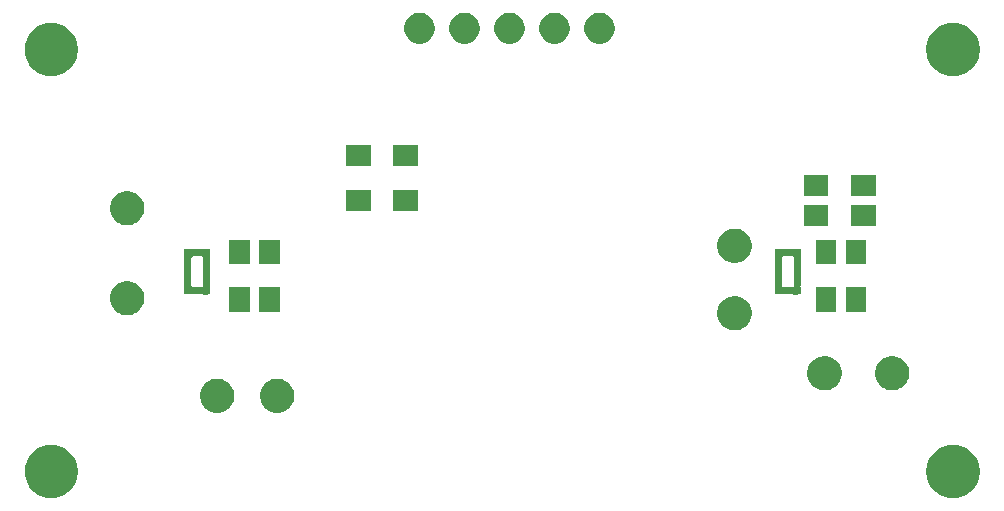
<source format=gbr>
G04 #@! TF.GenerationSoftware,KiCad,Pcbnew,5.0.2+dfsg1-1*
G04 #@! TF.CreationDate,2019-12-13T09:40:21+01:00*
G04 #@! TF.ProjectId,tof_sensor,746f665f-7365-46e7-936f-722e6b696361,1.0*
G04 #@! TF.SameCoordinates,Original*
G04 #@! TF.FileFunction,Soldermask,Bot*
G04 #@! TF.FilePolarity,Negative*
%FSLAX46Y46*%
G04 Gerber Fmt 4.6, Leading zero omitted, Abs format (unit mm)*
G04 Created by KiCad (PCBNEW 5.0.2+dfsg1-1) date ven 13 déc 2019 09:40:21 CET*
%MOMM*%
%LPD*%
G01*
G04 APERTURE LIST*
%ADD10C,0.100000*%
G04 APERTURE END LIST*
D10*
G36*
X192793445Y-99446254D02*
X193141593Y-99515504D01*
X193551249Y-99685189D01*
X193919929Y-99931534D01*
X194233466Y-100245071D01*
X194479811Y-100613751D01*
X194649496Y-101023407D01*
X194700336Y-101279000D01*
X194736000Y-101458294D01*
X194736000Y-101901706D01*
X194718746Y-101988445D01*
X194649496Y-102336593D01*
X194479811Y-102746249D01*
X194233466Y-103114929D01*
X193919929Y-103428466D01*
X193551249Y-103674811D01*
X193141593Y-103844496D01*
X192793445Y-103913746D01*
X192706706Y-103931000D01*
X192263294Y-103931000D01*
X192176555Y-103913746D01*
X191828407Y-103844496D01*
X191418751Y-103674811D01*
X191050071Y-103428466D01*
X190736534Y-103114929D01*
X190490189Y-102746249D01*
X190320504Y-102336593D01*
X190251254Y-101988445D01*
X190234000Y-101901706D01*
X190234000Y-101458294D01*
X190269664Y-101279000D01*
X190320504Y-101023407D01*
X190490189Y-100613751D01*
X190736534Y-100245071D01*
X191050071Y-99931534D01*
X191418751Y-99685189D01*
X191828407Y-99515504D01*
X192176555Y-99446254D01*
X192263294Y-99429000D01*
X192706706Y-99429000D01*
X192793445Y-99446254D01*
X192793445Y-99446254D01*
G37*
G36*
X116433445Y-99446254D02*
X116781593Y-99515504D01*
X117191249Y-99685189D01*
X117559929Y-99931534D01*
X117873466Y-100245071D01*
X118119811Y-100613751D01*
X118289496Y-101023407D01*
X118340336Y-101279000D01*
X118376000Y-101458294D01*
X118376000Y-101901706D01*
X118358746Y-101988445D01*
X118289496Y-102336593D01*
X118119811Y-102746249D01*
X117873466Y-103114929D01*
X117559929Y-103428466D01*
X117191249Y-103674811D01*
X116781593Y-103844496D01*
X116433445Y-103913746D01*
X116346706Y-103931000D01*
X115903294Y-103931000D01*
X115816555Y-103913746D01*
X115468407Y-103844496D01*
X115058751Y-103674811D01*
X114690071Y-103428466D01*
X114376534Y-103114929D01*
X114130189Y-102746249D01*
X113960504Y-102336593D01*
X113891254Y-101988445D01*
X113874000Y-101901706D01*
X113874000Y-101458294D01*
X113909664Y-101279000D01*
X113960504Y-101023407D01*
X114130189Y-100613751D01*
X114376534Y-100245071D01*
X114690071Y-99931534D01*
X115058751Y-99685189D01*
X115468407Y-99515504D01*
X115816555Y-99446254D01*
X115903294Y-99429000D01*
X116346706Y-99429000D01*
X116433445Y-99446254D01*
X116433445Y-99446254D01*
G37*
G36*
X135678238Y-93854760D02*
X135678240Y-93854761D01*
X135678241Y-93854761D01*
X135942306Y-93964140D01*
X135942307Y-93964141D01*
X136179962Y-94122937D01*
X136382063Y-94325038D01*
X136382065Y-94325041D01*
X136540860Y-94562694D01*
X136650239Y-94826759D01*
X136706000Y-95107089D01*
X136706000Y-95392911D01*
X136650239Y-95673241D01*
X136540860Y-95937306D01*
X136540859Y-95937307D01*
X136382063Y-96174962D01*
X136179962Y-96377063D01*
X136179959Y-96377065D01*
X135942306Y-96535860D01*
X135678241Y-96645239D01*
X135678240Y-96645239D01*
X135678238Y-96645240D01*
X135397912Y-96701000D01*
X135112088Y-96701000D01*
X134831762Y-96645240D01*
X134831760Y-96645239D01*
X134831759Y-96645239D01*
X134567694Y-96535860D01*
X134330041Y-96377065D01*
X134330038Y-96377063D01*
X134127937Y-96174962D01*
X133969141Y-95937307D01*
X133969140Y-95937306D01*
X133859761Y-95673241D01*
X133804000Y-95392911D01*
X133804000Y-95107089D01*
X133859761Y-94826759D01*
X133969140Y-94562694D01*
X134127935Y-94325041D01*
X134127937Y-94325038D01*
X134330038Y-94122937D01*
X134567693Y-93964141D01*
X134567694Y-93964140D01*
X134831759Y-93854761D01*
X134831760Y-93854761D01*
X134831762Y-93854760D01*
X135112088Y-93799000D01*
X135397912Y-93799000D01*
X135678238Y-93854760D01*
X135678238Y-93854760D01*
G37*
G36*
X130598238Y-93854760D02*
X130598240Y-93854761D01*
X130598241Y-93854761D01*
X130862306Y-93964140D01*
X130862307Y-93964141D01*
X131099962Y-94122937D01*
X131302063Y-94325038D01*
X131302065Y-94325041D01*
X131460860Y-94562694D01*
X131570239Y-94826759D01*
X131626000Y-95107089D01*
X131626000Y-95392911D01*
X131570239Y-95673241D01*
X131460860Y-95937306D01*
X131460859Y-95937307D01*
X131302063Y-96174962D01*
X131099962Y-96377063D01*
X131099959Y-96377065D01*
X130862306Y-96535860D01*
X130598241Y-96645239D01*
X130598240Y-96645239D01*
X130598238Y-96645240D01*
X130317912Y-96701000D01*
X130032088Y-96701000D01*
X129751762Y-96645240D01*
X129751760Y-96645239D01*
X129751759Y-96645239D01*
X129487694Y-96535860D01*
X129250041Y-96377065D01*
X129250038Y-96377063D01*
X129047937Y-96174962D01*
X128889141Y-95937307D01*
X128889140Y-95937306D01*
X128779761Y-95673241D01*
X128724000Y-95392911D01*
X128724000Y-95107089D01*
X128779761Y-94826759D01*
X128889140Y-94562694D01*
X129047935Y-94325041D01*
X129047937Y-94325038D01*
X129250038Y-94122937D01*
X129487693Y-93964141D01*
X129487694Y-93964140D01*
X129751759Y-93854761D01*
X129751760Y-93854761D01*
X129751762Y-93854760D01*
X130032088Y-93799000D01*
X130317912Y-93799000D01*
X130598238Y-93854760D01*
X130598238Y-93854760D01*
G37*
G36*
X182033238Y-91949760D02*
X182033240Y-91949761D01*
X182033241Y-91949761D01*
X182297306Y-92059140D01*
X182297307Y-92059141D01*
X182534962Y-92217937D01*
X182737063Y-92420038D01*
X182737065Y-92420041D01*
X182895860Y-92657694D01*
X183005239Y-92921759D01*
X183061000Y-93202089D01*
X183061000Y-93487911D01*
X183005239Y-93768241D01*
X182895860Y-94032306D01*
X182835302Y-94122937D01*
X182737063Y-94269962D01*
X182534962Y-94472063D01*
X182534959Y-94472065D01*
X182297306Y-94630860D01*
X182033241Y-94740239D01*
X182033240Y-94740239D01*
X182033238Y-94740240D01*
X181752912Y-94796000D01*
X181467088Y-94796000D01*
X181186762Y-94740240D01*
X181186760Y-94740239D01*
X181186759Y-94740239D01*
X180922694Y-94630860D01*
X180685041Y-94472065D01*
X180685038Y-94472063D01*
X180482937Y-94269962D01*
X180384698Y-94122937D01*
X180324140Y-94032306D01*
X180214761Y-93768241D01*
X180159000Y-93487911D01*
X180159000Y-93202089D01*
X180214761Y-92921759D01*
X180324140Y-92657694D01*
X180482935Y-92420041D01*
X180482937Y-92420038D01*
X180685038Y-92217937D01*
X180922693Y-92059141D01*
X180922694Y-92059140D01*
X181186759Y-91949761D01*
X181186760Y-91949761D01*
X181186762Y-91949760D01*
X181467088Y-91894000D01*
X181752912Y-91894000D01*
X182033238Y-91949760D01*
X182033238Y-91949760D01*
G37*
G36*
X187748238Y-91949760D02*
X187748240Y-91949761D01*
X187748241Y-91949761D01*
X188012306Y-92059140D01*
X188012307Y-92059141D01*
X188249962Y-92217937D01*
X188452063Y-92420038D01*
X188452065Y-92420041D01*
X188610860Y-92657694D01*
X188720239Y-92921759D01*
X188776000Y-93202089D01*
X188776000Y-93487911D01*
X188720239Y-93768241D01*
X188610860Y-94032306D01*
X188550302Y-94122937D01*
X188452063Y-94269962D01*
X188249962Y-94472063D01*
X188249959Y-94472065D01*
X188012306Y-94630860D01*
X187748241Y-94740239D01*
X187748240Y-94740239D01*
X187748238Y-94740240D01*
X187467912Y-94796000D01*
X187182088Y-94796000D01*
X186901762Y-94740240D01*
X186901760Y-94740239D01*
X186901759Y-94740239D01*
X186637694Y-94630860D01*
X186400041Y-94472065D01*
X186400038Y-94472063D01*
X186197937Y-94269962D01*
X186099698Y-94122937D01*
X186039140Y-94032306D01*
X185929761Y-93768241D01*
X185874000Y-93487911D01*
X185874000Y-93202089D01*
X185929761Y-92921759D01*
X186039140Y-92657694D01*
X186197935Y-92420041D01*
X186197937Y-92420038D01*
X186400038Y-92217937D01*
X186637693Y-92059141D01*
X186637694Y-92059140D01*
X186901759Y-91949761D01*
X186901760Y-91949761D01*
X186901762Y-91949760D01*
X187182088Y-91894000D01*
X187467912Y-91894000D01*
X187748238Y-91949760D01*
X187748238Y-91949760D01*
G37*
G36*
X174413238Y-86869760D02*
X174413240Y-86869761D01*
X174413241Y-86869761D01*
X174677306Y-86979140D01*
X174677307Y-86979141D01*
X174914962Y-87137937D01*
X175117063Y-87340038D01*
X175117065Y-87340041D01*
X175275860Y-87577694D01*
X175385239Y-87841759D01*
X175441000Y-88122089D01*
X175441000Y-88407911D01*
X175385239Y-88688241D01*
X175275860Y-88952306D01*
X175275859Y-88952307D01*
X175117063Y-89189962D01*
X174914962Y-89392063D01*
X174914959Y-89392065D01*
X174677306Y-89550860D01*
X174413241Y-89660239D01*
X174413240Y-89660239D01*
X174413238Y-89660240D01*
X174132912Y-89716000D01*
X173847088Y-89716000D01*
X173566762Y-89660240D01*
X173566760Y-89660239D01*
X173566759Y-89660239D01*
X173302694Y-89550860D01*
X173065041Y-89392065D01*
X173065038Y-89392063D01*
X172862937Y-89189962D01*
X172704141Y-88952307D01*
X172704140Y-88952306D01*
X172594761Y-88688241D01*
X172539000Y-88407911D01*
X172539000Y-88122089D01*
X172594761Y-87841759D01*
X172704140Y-87577694D01*
X172862935Y-87340041D01*
X172862937Y-87340038D01*
X173065038Y-87137937D01*
X173302693Y-86979141D01*
X173302694Y-86979140D01*
X173566759Y-86869761D01*
X173566760Y-86869761D01*
X173566762Y-86869760D01*
X173847088Y-86814000D01*
X174132912Y-86814000D01*
X174413238Y-86869760D01*
X174413238Y-86869760D01*
G37*
G36*
X122978238Y-85599760D02*
X122978240Y-85599761D01*
X122978241Y-85599761D01*
X123242306Y-85709140D01*
X123242307Y-85709141D01*
X123479962Y-85867937D01*
X123682063Y-86070038D01*
X123682065Y-86070041D01*
X123840860Y-86307694D01*
X123950239Y-86571759D01*
X123950240Y-86571762D01*
X123983952Y-86741247D01*
X124006000Y-86852089D01*
X124006000Y-87137911D01*
X123950239Y-87418241D01*
X123840860Y-87682306D01*
X123840859Y-87682307D01*
X123682063Y-87919962D01*
X123479962Y-88122063D01*
X123479959Y-88122065D01*
X123242306Y-88280860D01*
X122978241Y-88390239D01*
X122978240Y-88390239D01*
X122978238Y-88390240D01*
X122697912Y-88446000D01*
X122412088Y-88446000D01*
X122131762Y-88390240D01*
X122131760Y-88390239D01*
X122131759Y-88390239D01*
X121867694Y-88280860D01*
X121630041Y-88122065D01*
X121630038Y-88122063D01*
X121427937Y-87919962D01*
X121269141Y-87682307D01*
X121269140Y-87682306D01*
X121159761Y-87418241D01*
X121104000Y-87137911D01*
X121104000Y-86852089D01*
X121126048Y-86741247D01*
X121159760Y-86571762D01*
X121159761Y-86571759D01*
X121269140Y-86307694D01*
X121427935Y-86070041D01*
X121427937Y-86070038D01*
X121630038Y-85867937D01*
X121867693Y-85709141D01*
X121867694Y-85709140D01*
X122131759Y-85599761D01*
X122131760Y-85599761D01*
X122131762Y-85599760D01*
X122412088Y-85544000D01*
X122697912Y-85544000D01*
X122978238Y-85599760D01*
X122978238Y-85599760D01*
G37*
G36*
X185161000Y-88141000D02*
X183459000Y-88141000D01*
X183459000Y-86039000D01*
X185161000Y-86039000D01*
X185161000Y-88141000D01*
X185161000Y-88141000D01*
G37*
G36*
X182621000Y-88141000D02*
X180919000Y-88141000D01*
X180919000Y-86039000D01*
X182621000Y-86039000D01*
X182621000Y-88141000D01*
X182621000Y-88141000D01*
G37*
G36*
X132931000Y-88141000D02*
X131229000Y-88141000D01*
X131229000Y-86039000D01*
X132931000Y-86039000D01*
X132931000Y-88141000D01*
X132931000Y-88141000D01*
G37*
G36*
X135471000Y-88141000D02*
X133769000Y-88141000D01*
X133769000Y-86039000D01*
X135471000Y-86039000D01*
X135471000Y-88141000D01*
X135471000Y-88141000D01*
G37*
G36*
X129606000Y-85886556D02*
X129592529Y-85897612D01*
X129576983Y-85916554D01*
X129565432Y-85938165D01*
X129558319Y-85961614D01*
X129555917Y-85986000D01*
X129558319Y-86010386D01*
X129565432Y-86033835D01*
X129576983Y-86055446D01*
X129584292Y-86065301D01*
X129597612Y-86081531D01*
X129602347Y-86090389D01*
X129605263Y-86100001D01*
X129606852Y-86116140D01*
X129606852Y-86603860D01*
X129605263Y-86619999D01*
X129602347Y-86629611D01*
X129597612Y-86638469D01*
X129591237Y-86646237D01*
X129583469Y-86652612D01*
X129574611Y-86657347D01*
X129564999Y-86660263D01*
X129548860Y-86661852D01*
X129452796Y-86661852D01*
X129428410Y-86664254D01*
X129404961Y-86671367D01*
X129383350Y-86682918D01*
X129364408Y-86698464D01*
X129355648Y-86709138D01*
X129355422Y-86708953D01*
X129341237Y-86726237D01*
X129333469Y-86732612D01*
X129324611Y-86737347D01*
X129314999Y-86740263D01*
X129298860Y-86741852D01*
X129061140Y-86741852D01*
X129045001Y-86740263D01*
X129035389Y-86737347D01*
X129026531Y-86732612D01*
X129018763Y-86726237D01*
X129006197Y-86710926D01*
X129003369Y-86706694D01*
X128986040Y-86689368D01*
X128965665Y-86675756D01*
X128943025Y-86666380D01*
X128906748Y-86661000D01*
X127404000Y-86661000D01*
X127404000Y-83586000D01*
X128006000Y-83586000D01*
X128006000Y-85934000D01*
X128008402Y-85958386D01*
X128015515Y-85981835D01*
X128027066Y-86003446D01*
X128042612Y-86022388D01*
X128061554Y-86037934D01*
X128083165Y-86049485D01*
X128106614Y-86056598D01*
X128131000Y-86059000D01*
X128879000Y-86059000D01*
X128903386Y-86056598D01*
X128926835Y-86049485D01*
X128948446Y-86037934D01*
X128967388Y-86022388D01*
X128982934Y-86003446D01*
X128994485Y-85981835D01*
X129001598Y-85958386D01*
X129004000Y-85934000D01*
X129004000Y-83586000D01*
X129001598Y-83561614D01*
X128994485Y-83538165D01*
X128982934Y-83516554D01*
X128967388Y-83497612D01*
X128948446Y-83482066D01*
X128926835Y-83470515D01*
X128903386Y-83463402D01*
X128879000Y-83461000D01*
X128131000Y-83461000D01*
X128106614Y-83463402D01*
X128083165Y-83470515D01*
X128061554Y-83482066D01*
X128042612Y-83497612D01*
X128027066Y-83516554D01*
X128015515Y-83538165D01*
X128008402Y-83561614D01*
X128006000Y-83586000D01*
X127404000Y-83586000D01*
X127404000Y-82859000D01*
X129606000Y-82859000D01*
X129606000Y-85886556D01*
X129606000Y-85886556D01*
G37*
G36*
X179606000Y-85886556D02*
X179592529Y-85897612D01*
X179576983Y-85916554D01*
X179565432Y-85938165D01*
X179558319Y-85961614D01*
X179555917Y-85986000D01*
X179558319Y-86010386D01*
X179565432Y-86033835D01*
X179576983Y-86055446D01*
X179584292Y-86065301D01*
X179597612Y-86081531D01*
X179602347Y-86090389D01*
X179605263Y-86100001D01*
X179606852Y-86116140D01*
X179606852Y-86603860D01*
X179605263Y-86619999D01*
X179602347Y-86629611D01*
X179597612Y-86638469D01*
X179591237Y-86646237D01*
X179583469Y-86652612D01*
X179574611Y-86657347D01*
X179564999Y-86660263D01*
X179548860Y-86661852D01*
X179452796Y-86661852D01*
X179428410Y-86664254D01*
X179404961Y-86671367D01*
X179383350Y-86682918D01*
X179364408Y-86698464D01*
X179355648Y-86709138D01*
X179355422Y-86708953D01*
X179341237Y-86726237D01*
X179333469Y-86732612D01*
X179324611Y-86737347D01*
X179314999Y-86740263D01*
X179298860Y-86741852D01*
X179061140Y-86741852D01*
X179045001Y-86740263D01*
X179035389Y-86737347D01*
X179026531Y-86732612D01*
X179018763Y-86726237D01*
X179006197Y-86710926D01*
X179003369Y-86706694D01*
X178986040Y-86689368D01*
X178965665Y-86675756D01*
X178943025Y-86666380D01*
X178906748Y-86661000D01*
X177404000Y-86661000D01*
X177404000Y-83586000D01*
X178006000Y-83586000D01*
X178006000Y-85934000D01*
X178008402Y-85958386D01*
X178015515Y-85981835D01*
X178027066Y-86003446D01*
X178042612Y-86022388D01*
X178061554Y-86037934D01*
X178083165Y-86049485D01*
X178106614Y-86056598D01*
X178131000Y-86059000D01*
X178879000Y-86059000D01*
X178903386Y-86056598D01*
X178926835Y-86049485D01*
X178948446Y-86037934D01*
X178967388Y-86022388D01*
X178982934Y-86003446D01*
X178994485Y-85981835D01*
X179001598Y-85958386D01*
X179004000Y-85934000D01*
X179004000Y-83586000D01*
X179001598Y-83561614D01*
X178994485Y-83538165D01*
X178982934Y-83516554D01*
X178967388Y-83497612D01*
X178948446Y-83482066D01*
X178926835Y-83470515D01*
X178903386Y-83463402D01*
X178879000Y-83461000D01*
X178131000Y-83461000D01*
X178106614Y-83463402D01*
X178083165Y-83470515D01*
X178061554Y-83482066D01*
X178042612Y-83497612D01*
X178027066Y-83516554D01*
X178015515Y-83538165D01*
X178008402Y-83561614D01*
X178006000Y-83586000D01*
X177404000Y-83586000D01*
X177404000Y-82859000D01*
X179606000Y-82859000D01*
X179606000Y-85886556D01*
X179606000Y-85886556D01*
G37*
G36*
X132931000Y-84141000D02*
X131229000Y-84141000D01*
X131229000Y-82039000D01*
X132931000Y-82039000D01*
X132931000Y-84141000D01*
X132931000Y-84141000D01*
G37*
G36*
X135471000Y-84141000D02*
X133769000Y-84141000D01*
X133769000Y-82039000D01*
X135471000Y-82039000D01*
X135471000Y-84141000D01*
X135471000Y-84141000D01*
G37*
G36*
X185161000Y-84141000D02*
X183459000Y-84141000D01*
X183459000Y-82039000D01*
X185161000Y-82039000D01*
X185161000Y-84141000D01*
X185161000Y-84141000D01*
G37*
G36*
X182621000Y-84141000D02*
X180919000Y-84141000D01*
X180919000Y-82039000D01*
X182621000Y-82039000D01*
X182621000Y-84141000D01*
X182621000Y-84141000D01*
G37*
G36*
X174413238Y-81154760D02*
X174413240Y-81154761D01*
X174413241Y-81154761D01*
X174677306Y-81264140D01*
X174677307Y-81264141D01*
X174914962Y-81422937D01*
X175117063Y-81625038D01*
X175117065Y-81625041D01*
X175275860Y-81862694D01*
X175385239Y-82126759D01*
X175441000Y-82407089D01*
X175441000Y-82692911D01*
X175385239Y-82973241D01*
X175275860Y-83237306D01*
X175275859Y-83237307D01*
X175117063Y-83474962D01*
X174914962Y-83677063D01*
X174914959Y-83677065D01*
X174677306Y-83835860D01*
X174413241Y-83945239D01*
X174413240Y-83945239D01*
X174413238Y-83945240D01*
X174132912Y-84001000D01*
X173847088Y-84001000D01*
X173566762Y-83945240D01*
X173566760Y-83945239D01*
X173566759Y-83945239D01*
X173302694Y-83835860D01*
X173065041Y-83677065D01*
X173065038Y-83677063D01*
X172862937Y-83474962D01*
X172704141Y-83237307D01*
X172704140Y-83237306D01*
X172594761Y-82973241D01*
X172539000Y-82692911D01*
X172539000Y-82407089D01*
X172594761Y-82126759D01*
X172704140Y-81862694D01*
X172862935Y-81625041D01*
X172862937Y-81625038D01*
X173065038Y-81422937D01*
X173302693Y-81264141D01*
X173302694Y-81264140D01*
X173566759Y-81154761D01*
X173566760Y-81154761D01*
X173566762Y-81154760D01*
X173847088Y-81099000D01*
X174132912Y-81099000D01*
X174413238Y-81154760D01*
X174413238Y-81154760D01*
G37*
G36*
X185931000Y-80911000D02*
X183829000Y-80911000D01*
X183829000Y-79109000D01*
X185931000Y-79109000D01*
X185931000Y-80911000D01*
X185931000Y-80911000D01*
G37*
G36*
X181931000Y-80911000D02*
X179829000Y-80911000D01*
X179829000Y-79109000D01*
X181931000Y-79109000D01*
X181931000Y-80911000D01*
X181931000Y-80911000D01*
G37*
G36*
X122978238Y-77979760D02*
X122978240Y-77979761D01*
X122978241Y-77979761D01*
X123242306Y-78089140D01*
X123242307Y-78089141D01*
X123479962Y-78247937D01*
X123682063Y-78450038D01*
X123682065Y-78450041D01*
X123840860Y-78687694D01*
X123950239Y-78951759D01*
X124006000Y-79232089D01*
X124006000Y-79517911D01*
X123950239Y-79798241D01*
X123840860Y-80062306D01*
X123840859Y-80062307D01*
X123682063Y-80299962D01*
X123479962Y-80502063D01*
X123479959Y-80502065D01*
X123242306Y-80660860D01*
X122978241Y-80770239D01*
X122978240Y-80770239D01*
X122978238Y-80770240D01*
X122697912Y-80826000D01*
X122412088Y-80826000D01*
X122131762Y-80770240D01*
X122131760Y-80770239D01*
X122131759Y-80770239D01*
X121867694Y-80660860D01*
X121630041Y-80502065D01*
X121630038Y-80502063D01*
X121427937Y-80299962D01*
X121269141Y-80062307D01*
X121269140Y-80062306D01*
X121159761Y-79798241D01*
X121104000Y-79517911D01*
X121104000Y-79232089D01*
X121159761Y-78951759D01*
X121269140Y-78687694D01*
X121427935Y-78450041D01*
X121427937Y-78450038D01*
X121630038Y-78247937D01*
X121867693Y-78089141D01*
X121867694Y-78089140D01*
X122131759Y-77979761D01*
X122131760Y-77979761D01*
X122131762Y-77979760D01*
X122412088Y-77924000D01*
X122697912Y-77924000D01*
X122978238Y-77979760D01*
X122978238Y-77979760D01*
G37*
G36*
X147196000Y-79641000D02*
X145094000Y-79641000D01*
X145094000Y-77839000D01*
X147196000Y-77839000D01*
X147196000Y-79641000D01*
X147196000Y-79641000D01*
G37*
G36*
X143196000Y-79641000D02*
X141094000Y-79641000D01*
X141094000Y-77839000D01*
X143196000Y-77839000D01*
X143196000Y-79641000D01*
X143196000Y-79641000D01*
G37*
G36*
X181931000Y-78371000D02*
X179829000Y-78371000D01*
X179829000Y-76569000D01*
X181931000Y-76569000D01*
X181931000Y-78371000D01*
X181931000Y-78371000D01*
G37*
G36*
X185931000Y-78371000D02*
X183829000Y-78371000D01*
X183829000Y-76569000D01*
X185931000Y-76569000D01*
X185931000Y-78371000D01*
X185931000Y-78371000D01*
G37*
G36*
X143196000Y-75831000D02*
X141094000Y-75831000D01*
X141094000Y-74029000D01*
X143196000Y-74029000D01*
X143196000Y-75831000D01*
X143196000Y-75831000D01*
G37*
G36*
X147196000Y-75831000D02*
X145094000Y-75831000D01*
X145094000Y-74029000D01*
X147196000Y-74029000D01*
X147196000Y-75831000D01*
X147196000Y-75831000D01*
G37*
G36*
X192793445Y-63726254D02*
X193141593Y-63795504D01*
X193551249Y-63965189D01*
X193919929Y-64211534D01*
X194233466Y-64525071D01*
X194479811Y-64893751D01*
X194649496Y-65303407D01*
X194675806Y-65435680D01*
X194736000Y-65738294D01*
X194736000Y-66181706D01*
X194718746Y-66268445D01*
X194649496Y-66616593D01*
X194479811Y-67026249D01*
X194233466Y-67394929D01*
X193919929Y-67708466D01*
X193551249Y-67954811D01*
X193141593Y-68124496D01*
X192793445Y-68193746D01*
X192706706Y-68211000D01*
X192263294Y-68211000D01*
X192176555Y-68193746D01*
X191828407Y-68124496D01*
X191418751Y-67954811D01*
X191050071Y-67708466D01*
X190736534Y-67394929D01*
X190490189Y-67026249D01*
X190320504Y-66616593D01*
X190251254Y-66268445D01*
X190234000Y-66181706D01*
X190234000Y-65738294D01*
X190294194Y-65435680D01*
X190320504Y-65303407D01*
X190490189Y-64893751D01*
X190736534Y-64525071D01*
X191050071Y-64211534D01*
X191418751Y-63965189D01*
X191828407Y-63795504D01*
X192176555Y-63726254D01*
X192263294Y-63709000D01*
X192706706Y-63709000D01*
X192793445Y-63726254D01*
X192793445Y-63726254D01*
G37*
G36*
X116433445Y-63726254D02*
X116781593Y-63795504D01*
X117191249Y-63965189D01*
X117559929Y-64211534D01*
X117873466Y-64525071D01*
X118119811Y-64893751D01*
X118289496Y-65303407D01*
X118315806Y-65435680D01*
X118376000Y-65738294D01*
X118376000Y-66181706D01*
X118358746Y-66268445D01*
X118289496Y-66616593D01*
X118119811Y-67026249D01*
X117873466Y-67394929D01*
X117559929Y-67708466D01*
X117191249Y-67954811D01*
X116781593Y-68124496D01*
X116433445Y-68193746D01*
X116346706Y-68211000D01*
X115903294Y-68211000D01*
X115816555Y-68193746D01*
X115468407Y-68124496D01*
X115058751Y-67954811D01*
X114690071Y-67708466D01*
X114376534Y-67394929D01*
X114130189Y-67026249D01*
X113960504Y-66616593D01*
X113891254Y-66268445D01*
X113874000Y-66181706D01*
X113874000Y-65738294D01*
X113934194Y-65435680D01*
X113960504Y-65303407D01*
X114130189Y-64893751D01*
X114376534Y-64525071D01*
X114690071Y-64211534D01*
X115058751Y-63965189D01*
X115468407Y-63795504D01*
X115816555Y-63726254D01*
X115903294Y-63709000D01*
X116346706Y-63709000D01*
X116433445Y-63726254D01*
X116433445Y-63726254D01*
G37*
G36*
X162939393Y-62884304D02*
X163176102Y-62982352D01*
X163389138Y-63124698D01*
X163570302Y-63305862D01*
X163712648Y-63518898D01*
X163810696Y-63755607D01*
X163860680Y-64006893D01*
X163860680Y-64263107D01*
X163810696Y-64514393D01*
X163712648Y-64751102D01*
X163570302Y-64964138D01*
X163389138Y-65145302D01*
X163176102Y-65287648D01*
X162939393Y-65385696D01*
X162688107Y-65435680D01*
X162431893Y-65435680D01*
X162180607Y-65385696D01*
X161943898Y-65287648D01*
X161730862Y-65145302D01*
X161549698Y-64964138D01*
X161407352Y-64751102D01*
X161309304Y-64514393D01*
X161259320Y-64263107D01*
X161259320Y-64006893D01*
X161309304Y-63755607D01*
X161407352Y-63518898D01*
X161549698Y-63305862D01*
X161730862Y-63124698D01*
X161943898Y-62982352D01*
X162180607Y-62884304D01*
X162431893Y-62834320D01*
X162688107Y-62834320D01*
X162939393Y-62884304D01*
X162939393Y-62884304D01*
G37*
G36*
X159129393Y-62884304D02*
X159366102Y-62982352D01*
X159579138Y-63124698D01*
X159760302Y-63305862D01*
X159902648Y-63518898D01*
X160000696Y-63755607D01*
X160050680Y-64006893D01*
X160050680Y-64263107D01*
X160000696Y-64514393D01*
X159902648Y-64751102D01*
X159760302Y-64964138D01*
X159579138Y-65145302D01*
X159366102Y-65287648D01*
X159129393Y-65385696D01*
X158878107Y-65435680D01*
X158621893Y-65435680D01*
X158370607Y-65385696D01*
X158133898Y-65287648D01*
X157920862Y-65145302D01*
X157739698Y-64964138D01*
X157597352Y-64751102D01*
X157499304Y-64514393D01*
X157449320Y-64263107D01*
X157449320Y-64006893D01*
X157499304Y-63755607D01*
X157597352Y-63518898D01*
X157739698Y-63305862D01*
X157920862Y-63124698D01*
X158133898Y-62982352D01*
X158370607Y-62884304D01*
X158621893Y-62834320D01*
X158878107Y-62834320D01*
X159129393Y-62884304D01*
X159129393Y-62884304D01*
G37*
G36*
X155319393Y-62884304D02*
X155556102Y-62982352D01*
X155769138Y-63124698D01*
X155950302Y-63305862D01*
X156092648Y-63518898D01*
X156190696Y-63755607D01*
X156240680Y-64006893D01*
X156240680Y-64263107D01*
X156190696Y-64514393D01*
X156092648Y-64751102D01*
X155950302Y-64964138D01*
X155769138Y-65145302D01*
X155556102Y-65287648D01*
X155319393Y-65385696D01*
X155068107Y-65435680D01*
X154811893Y-65435680D01*
X154560607Y-65385696D01*
X154323898Y-65287648D01*
X154110862Y-65145302D01*
X153929698Y-64964138D01*
X153787352Y-64751102D01*
X153689304Y-64514393D01*
X153639320Y-64263107D01*
X153639320Y-64006893D01*
X153689304Y-63755607D01*
X153787352Y-63518898D01*
X153929698Y-63305862D01*
X154110862Y-63124698D01*
X154323898Y-62982352D01*
X154560607Y-62884304D01*
X154811893Y-62834320D01*
X155068107Y-62834320D01*
X155319393Y-62884304D01*
X155319393Y-62884304D01*
G37*
G36*
X151509393Y-62884304D02*
X151746102Y-62982352D01*
X151959138Y-63124698D01*
X152140302Y-63305862D01*
X152282648Y-63518898D01*
X152380696Y-63755607D01*
X152430680Y-64006893D01*
X152430680Y-64263107D01*
X152380696Y-64514393D01*
X152282648Y-64751102D01*
X152140302Y-64964138D01*
X151959138Y-65145302D01*
X151746102Y-65287648D01*
X151509393Y-65385696D01*
X151258107Y-65435680D01*
X151001893Y-65435680D01*
X150750607Y-65385696D01*
X150513898Y-65287648D01*
X150300862Y-65145302D01*
X150119698Y-64964138D01*
X149977352Y-64751102D01*
X149879304Y-64514393D01*
X149829320Y-64263107D01*
X149829320Y-64006893D01*
X149879304Y-63755607D01*
X149977352Y-63518898D01*
X150119698Y-63305862D01*
X150300862Y-63124698D01*
X150513898Y-62982352D01*
X150750607Y-62884304D01*
X151001893Y-62834320D01*
X151258107Y-62834320D01*
X151509393Y-62884304D01*
X151509393Y-62884304D01*
G37*
G36*
X147699393Y-62884304D02*
X147936102Y-62982352D01*
X148149138Y-63124698D01*
X148330302Y-63305862D01*
X148472648Y-63518898D01*
X148570696Y-63755607D01*
X148620680Y-64006893D01*
X148620680Y-64263107D01*
X148570696Y-64514393D01*
X148472648Y-64751102D01*
X148330302Y-64964138D01*
X148149138Y-65145302D01*
X147936102Y-65287648D01*
X147699393Y-65385696D01*
X147448107Y-65435680D01*
X147191893Y-65435680D01*
X146940607Y-65385696D01*
X146703898Y-65287648D01*
X146490862Y-65145302D01*
X146309698Y-64964138D01*
X146167352Y-64751102D01*
X146069304Y-64514393D01*
X146019320Y-64263107D01*
X146019320Y-64006893D01*
X146069304Y-63755607D01*
X146167352Y-63518898D01*
X146309698Y-63305862D01*
X146490862Y-63124698D01*
X146703898Y-62982352D01*
X146940607Y-62884304D01*
X147191893Y-62834320D01*
X147448107Y-62834320D01*
X147699393Y-62884304D01*
X147699393Y-62884304D01*
G37*
M02*

</source>
